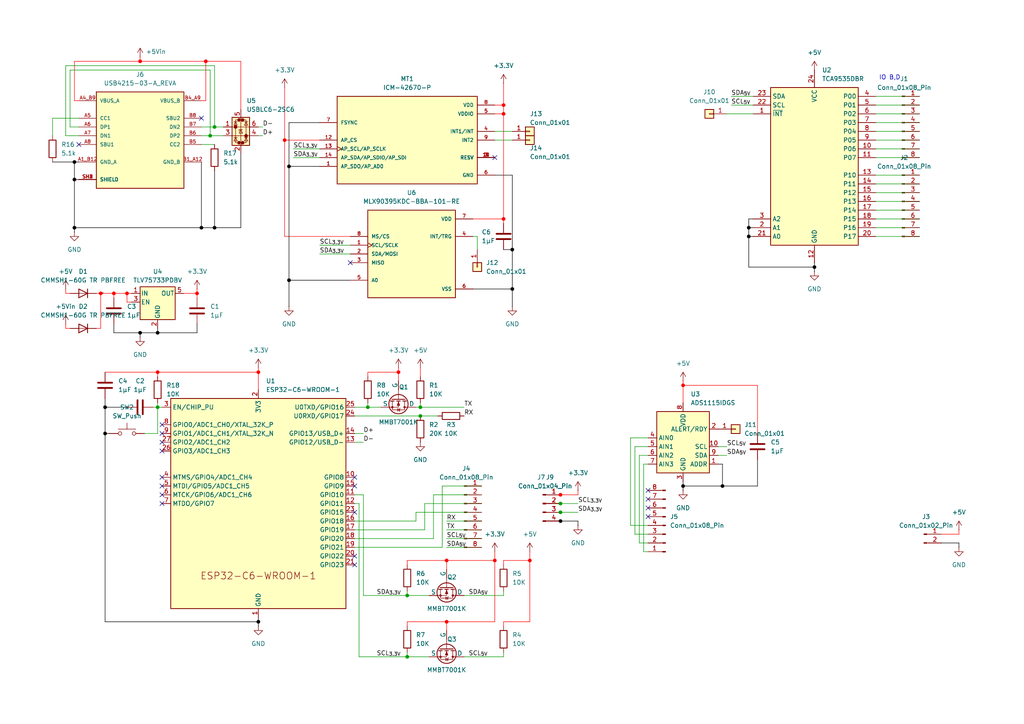
<source format=kicad_sch>
(kicad_sch (version 20250114) (generator "eeschema") (generator_version "9.0")
  (paper "A4")
  (text "IO B,D" (at 258.064 22.606 0) (effects (font (size 1.27 1.27))))
  (junction (at 30.48 125.73) (color 0 0 0 1))
  (junction (at 148.59 83.82) (color 0 0 0 1))
  (junction (at 62.23 36.83))
  (junction (at 45.72 107.95) (color 255 0 0 1))
  (junction (at 118.11 172.72))
  (junction (at 198.12 140.97) (color 0 0 0 1))
  (junction (at 74.93 180.34) (color 0 0 0 1))
  (junction (at 21.59 46.99) (color 0 0 0 1))
  (junction (at 36.83 85.09) (color 255 0 0 1))
  (junction (at 129.54 162.56) (color 255 0 0 1))
  (junction (at 148.59 72.39) (color 0 0 0 1))
  (junction (at 198.12 111.76) (color 255 0 0 1))
  (junction (at 162.56 146.05))
  (junction (at 118.11 190.5))
  (junction (at 162.56 151.13) (color 0 0 0 1))
  (junction (at 40.64 96.52) (color 0 0 0 1))
  (junction (at 83.82 48.26) (color 0 0 0 1))
  (junction (at 45.72 96.52) (color 0 0 0 1))
  (junction (at 59.69 17.78) (color 255 0 0 1))
  (junction (at 74.93 107.95) (color 255 0 0 1))
  (junction (at 121.92 118.11))
  (junction (at 82.55 40.64) (color 255 0 0 1))
  (junction (at 143.51 162.56) (color 255 0 0 1))
  (junction (at 162.56 143.51) (color 255 0 0 1))
  (junction (at 33.02 85.09) (color 255 0 0 1))
  (junction (at 217.17 68.58) (color 0 0 0 1))
  (junction (at 57.15 85.09) (color 255 0 0 1))
  (junction (at 121.92 120.65))
  (junction (at 106.68 118.11))
  (junction (at 30.48 118.11) (color 0 0 0 1))
  (junction (at 129.54 180.34) (color 255 0 0 1))
  (junction (at 45.72 118.11))
  (junction (at 62.23 66.04) (color 0 0 0 1))
  (junction (at 146.05 33.02) (color 255 0 0 1))
  (junction (at 153.67 162.56) (color 255 0 0 1))
  (junction (at 29.21 85.09) (color 255 0 0 1))
  (junction (at 21.59 66.04) (color 0 0 0 1))
  (junction (at 83.82 81.28) (color 0 0 0 1))
  (junction (at 40.64 17.78) (color 255 0 0 1))
  (junction (at 146.05 30.48) (color 255 0 0 1))
  (junction (at 217.17 66.04) (color 0 0 0 1))
  (junction (at 209.55 140.97) (color 0 0 0 1))
  (junction (at 58.42 66.04) (color 0 0 0 1))
  (junction (at 146.05 63.5) (color 255 0 0 1))
  (junction (at 60.96 39.37))
  (junction (at 162.56 148.59))
  (junction (at 236.22 77.47) (color 0 0 0 1))
  (junction (at 115.57 107.95) (color 255 0 0 1))
  (junction (at 21.59 52.07) (color 0 0 0 1))
  (no_connect (at 143.51 45.72))
  (no_connect (at 102.87 138.43))
  (no_connect (at 46.99 143.51))
  (no_connect (at 46.99 130.81))
  (no_connect (at 46.99 138.43))
  (no_connect (at 22.86 41.91))
  (no_connect (at 187.96 144.78))
  (no_connect (at 187.96 149.86))
  (no_connect (at 46.99 140.97))
  (no_connect (at 46.99 125.73))
  (no_connect (at 46.99 146.05))
  (no_connect (at 102.87 140.97))
  (no_connect (at 102.87 163.83))
  (no_connect (at 102.87 148.59))
  (no_connect (at 46.99 123.19))
  (no_connect (at 187.96 147.32))
  (no_connect (at 101.6 76.2))
  (no_connect (at 58.42 34.29))
  (no_connect (at 102.87 161.29))
  (no_connect (at 46.99 128.27))
  (no_connect (at 187.96 142.24))
  (wire (pts (xy 146.05 181.61) (xy 146.05 180.34)) (stroke (width 0) (color 255 0 0 1)))
  (wire (pts (xy 254 68.58) (xy 266.7 68.58)))
  (wire (pts (xy 143.51 33.02) (xy 146.05 33.02)) (stroke (width 0) (color 255 0 0 1)))
  (wire (pts (xy 143.51 160.02) (xy 143.51 162.56)) (stroke (width 0) (color 255 0 0 1)))
  (wire (pts (xy 121.92 118.11) (xy 134.62 118.11)))
  (wire (pts (xy 217.17 68.58) (xy 218.44 68.58)) (stroke (width 0) (color 0 0 0 1)))
  (wire (pts (xy 57.15 96.52) (xy 45.72 96.52)) (stroke (width 0) (color 0 0 0 1)))
  (wire (pts (xy 146.05 180.34) (xy 153.67 180.34)) (stroke (width 0) (color 255 0 0 1)))
  (wire (pts (xy 36.83 85.09) (xy 38.1 85.09)) (stroke (width 0) (color 255 0 0 1)))
  (wire (pts (xy 30.48 180.34) (xy 74.93 180.34)) (stroke (width 0) (color 0 0 0 1)))
  (wire (pts (xy 19.05 39.37) (xy 19.05 19.05)))
  (wire (pts (xy 19.05 83.82) (xy 19.05 85.09)) (stroke (width 0) (color 255 0 0 1)))
  (wire (pts (xy 83.82 48.26) (xy 83.82 81.28)) (stroke (width 0) (color 0 0 0 1)))
  (wire (pts (xy 129.54 156.21) (xy 139.7 156.21)))
  (wire (pts (xy 27.94 95.25) (xy 29.21 95.25)) (stroke (width 0) (color 255 0 0 1)))
  (wire (pts (xy 15.24 34.29) (xy 22.86 34.29)))
  (wire (pts (xy 21.59 29.21) (xy 21.59 17.78)) (stroke (width 0) (color 255 0 0 1)))
  (wire (pts (xy 254 38.1) (xy 266.7 38.1)))
  (wire (pts (xy 209.55 140.97) (xy 219.71 140.97)) (stroke (width 0) (color 0 0 0 1)))
  (wire (pts (xy 162.56 148.59) (xy 167.64 148.59)))
  (wire (pts (xy 106.68 116.84) (xy 106.68 118.11)))
  (wire (pts (xy 217.17 68.58) (xy 217.17 77.47)) (stroke (width 0) (color 0 0 0 1)))
  (wire (pts (xy 208.28 129.54) (xy 210.82 129.54)))
  (wire (pts (xy 153.67 160.02) (xy 153.67 162.56)) (stroke (width 0) (color 255 0 0 1)))
  (wire (pts (xy 219.71 125.73) (xy 219.71 111.76)) (stroke (width 0) (color 255 0 0 1)))
  (wire (pts (xy 162.56 151.13) (xy 167.64 151.13)) (stroke (width 0) (color 0 0 0 1)))
  (wire (pts (xy 45.72 118.11) (xy 46.99 118.11)))
  (wire (pts (xy 83.82 48.26) (xy 92.71 48.26)) (stroke (width 0) (color 0 0 0 1)))
  (wire (pts (xy 105.41 172.72) (xy 118.11 172.72)))
  (wire (pts (xy 60.96 20.32) (xy 60.96 39.37)))
  (wire (pts (xy 30.48 107.95) (xy 45.72 107.95)) (stroke (width 0) (color 255 0 0 1)))
  (wire (pts (xy 118.11 180.34) (xy 129.54 180.34)) (stroke (width 0) (color 255 0 0 1)))
  (wire (pts (xy 57.15 93.98) (xy 57.15 96.52)) (stroke (width 0) (color 0 0 0 1)))
  (wire (pts (xy 20.32 36.83) (xy 22.86 36.83)))
  (wire (pts (xy 30.48 125.73) (xy 30.48 180.34)) (stroke (width 0) (color 0 0 0 1)))
  (wire (pts (xy 57.15 85.09) (xy 57.15 86.36)) (stroke (width 0) (color 255 0 0 1)))
  (wire (pts (xy 254 53.34) (xy 266.7 53.34)))
  (wire (pts (xy 167.64 151.13) (xy 167.64 152.4)) (stroke (width 0) (color 0 0 0 1)))
  (wire (pts (xy 74.93 106.68) (xy 74.93 107.95)) (stroke (width 0) (color 255 0 0 1)))
  (wire (pts (xy 62.23 36.83) (xy 64.77 36.83)))
  (wire (pts (xy 83.82 81.28) (xy 83.82 88.9)) (stroke (width 0) (color 0 0 0 1)))
  (wire (pts (xy 198.12 139.7) (xy 198.12 140.97)) (stroke (width 0) (color 0 0 0 1)))
  (wire (pts (xy 33.02 96.52) (xy 40.64 96.52)) (stroke (width 0) (color 0 0 0 1)))
  (wire (pts (xy 217.17 66.04) (xy 218.44 66.04)) (stroke (width 0) (color 0 0 0 1)))
  (wire (pts (xy 15.24 46.99) (xy 21.59 46.99)) (stroke (width 0) (color 0 0 0 1)))
  (wire (pts (xy 121.92 116.84) (xy 121.92 118.11)))
  (wire (pts (xy 21.59 46.99) (xy 21.59 52.07)) (stroke (width 0) (color 0 0 0 1)))
  (wire (pts (xy 106.68 109.22) (xy 106.68 107.95)) (stroke (width 0) (color 255 0 0 1)))
  (wire (pts (xy 146.05 30.48) (xy 146.05 33.02)) (stroke (width 0) (color 255 0 0 1)))
  (wire (pts (xy 128.27 140.97) (xy 128.27 158.75)))
  (wire (pts (xy 21.59 17.78) (xy 40.64 17.78)) (stroke (width 0) (color 255 0 0 1)))
  (wire (pts (xy 236.22 77.47) (xy 236.22 76.2)) (stroke (width 0) (color 0 0 0 1)))
  (wire (pts (xy 19.05 85.09) (xy 20.32 85.09)) (stroke (width 0) (color 255 0 0 1)))
  (wire (pts (xy 36.83 85.09) (xy 36.83 87.63)) (stroke (width 0) (color 255 0 0 1)))
  (wire (pts (xy 182.88 152.4) (xy 187.96 152.4)))
  (wire (pts (xy 106.68 118.11) (xy 110.49 118.11)))
  (wire (pts (xy 102.87 125.73) (xy 105.41 125.73)))
  (wire (pts (xy 44.45 118.11) (xy 45.72 118.11)))
  (wire (pts (xy 15.24 39.37) (xy 15.24 34.29)))
  (wire (pts (xy 254 30.48) (xy 266.7 30.48)))
  (wire (pts (xy 60.96 39.37) (xy 64.77 39.37)))
  (wire (pts (xy 102.87 151.13) (xy 120.65 151.13)))
  (wire (pts (xy 219.71 133.35) (xy 219.71 140.97)) (stroke (width 0) (color 0 0 0 1)))
  (wire (pts (xy 62.23 66.04) (xy 58.42 66.04)) (stroke (width 0) (color 0 0 0 1)))
  (wire (pts (xy 121.92 106.68) (xy 121.92 109.22)) (stroke (width 0) (color 255 0 0 1)))
  (wire (pts (xy 21.59 52.07) (xy 21.59 66.04)) (stroke (width 0) (color 0 0 0 1)))
  (wire (pts (xy 45.72 107.95) (xy 45.72 109.22)) (stroke (width 0) (color 255 0 0 1)))
  (wire (pts (xy 82.55 40.64) (xy 92.71 40.64)) (stroke (width 0) (color 255 0 0 1)))
  (wire (pts (xy 74.93 180.34) (xy 74.93 179.07)) (stroke (width 0) (color 0 0 0 1)))
  (wire (pts (xy 182.88 127) (xy 182.88 152.4)))
  (wire (pts (xy 123.19 153.67) (xy 102.87 153.67)))
  (wire (pts (xy 254 40.64) (xy 266.7 40.64)))
  (wire (pts (xy 254 33.02) (xy 266.7 33.02)))
  (wire (pts (xy 254 45.72) (xy 266.7 45.72)))
  (wire (pts (xy 208.28 132.08) (xy 210.82 132.08)))
  (wire (pts (xy 217.17 66.04) (xy 217.17 68.58)) (stroke (width 0) (color 0 0 0 1)))
  (wire (pts (xy 36.83 87.63) (xy 38.1 87.63)) (stroke (width 0) (color 255 0 0 1)))
  (wire (pts (xy 118.11 171.45) (xy 118.11 172.72)))
  (wire (pts (xy 254 27.94) (xy 266.7 27.94)))
  (wire (pts (xy 45.72 116.84) (xy 45.72 118.11)))
  (wire (pts (xy 92.71 35.56) (xy 83.82 35.56)) (stroke (width 0) (color 0 0 0 1)))
  (wire (pts (xy 118.11 162.56) (xy 129.54 162.56)) (stroke (width 0) (color 255 0 0 1)))
  (wire (pts (xy 83.82 81.28) (xy 101.6 81.28)) (stroke (width 0) (color 0 0 0 1)))
  (wire (pts (xy 138.43 68.58) (xy 137.16 68.58)))
  (wire (pts (xy 212.09 30.48) (xy 218.44 30.48)))
  (wire (pts (xy 40.64 17.78) (xy 40.64 16.51)) (stroke (width 0) (color 255 0 0 1)))
  (wire (pts (xy 59.69 17.78) (xy 69.85 17.78)) (stroke (width 0) (color 255 0 0 1)))
  (wire (pts (xy 184.15 129.54) (xy 187.96 129.54)))
  (wire (pts (xy 184.15 154.94) (xy 187.96 154.94)))
  (wire (pts (xy 58.42 39.37) (xy 60.96 39.37)))
  (wire (pts (xy 121.92 120.65) (xy 127 120.65)))
  (wire (pts (xy 30.48 118.11) (xy 36.83 118.11)) (stroke (width 0) (color 0 0 0 1)))
  (wire (pts (xy 69.85 66.04) (xy 69.85 44.45)) (stroke (width 0) (color 0 0 0 1)))
  (wire (pts (xy 45.72 118.11) (xy 45.72 125.73)))
  (wire (pts (xy 33.02 85.09) (xy 33.02 86.36)) (stroke (width 0) (color 255 0 0 1)))
  (wire (pts (xy 101.6 68.58) (xy 82.55 68.58)) (stroke (width 0) (color 255 0 0 1)))
  (wire (pts (xy 58.42 46.99) (xy 58.42 66.04)) (stroke (width 0) (color 0 0 0 1)))
  (wire (pts (xy 198.12 140.97) (xy 198.12 142.24)) (stroke (width 0) (color 0 0 0 1)))
  (wire (pts (xy 58.42 29.21) (xy 59.69 29.21)) (stroke (width 0) (color 255 0 0 1)))
  (wire (pts (xy 153.67 162.56) (xy 146.05 162.56)) (stroke (width 0) (color 255 0 0 1)))
  (wire (pts (xy 254 63.5) (xy 266.7 63.5)))
  (wire (pts (xy 22.86 29.21) (xy 21.59 29.21)) (stroke (width 0) (color 255 0 0 1)))
  (wire (pts (xy 146.05 63.5) (xy 146.05 64.77)) (stroke (width 0) (color 255 0 0 1)))
  (wire (pts (xy 254 43.18) (xy 266.7 43.18)))
  (wire (pts (xy 278.13 157.48) (xy 278.13 158.75)) (stroke (width 0) (color 0 0 0 1)))
  (wire (pts (xy 186.69 134.62) (xy 186.69 160.02)))
  (wire (pts (xy 137.16 83.82) (xy 148.59 83.82)) (stroke (width 0) (color 0 0 0 1)))
  (wire (pts (xy 45.72 96.52) (xy 40.64 96.52)) (stroke (width 0) (color 0 0 0 1)))
  (wire (pts (xy 273.05 157.48) (xy 278.13 157.48)) (stroke (width 0) (color 0 0 0 1)))
  (wire (pts (xy 143.51 162.56) (xy 143.51 180.34)) (stroke (width 0) (color 255 0 0 1)))
  (wire (pts (xy 58.42 41.91) (xy 62.23 41.91)))
  (wire (pts (xy 278.13 154.94) (xy 278.13 153.67)) (stroke (width 0) (color 255 0 0 1)))
  (wire (pts (xy 148.59 72.39) (xy 148.59 83.82)) (stroke (width 0) (color 0 0 0 1)))
  (wire (pts (xy 21.59 66.04) (xy 58.42 66.04)) (stroke (width 0) (color 0 0 0 1)))
  (wire (pts (xy 102.87 118.11) (xy 106.68 118.11)))
  (wire (pts (xy 254 66.04) (xy 266.7 66.04)))
  (wire (pts (xy 184.15 129.54) (xy 184.15 154.94)))
  (wire (pts (xy 143.51 180.34) (xy 129.54 180.34)) (stroke (width 0) (color 255 0 0 1)))
  (wire (pts (xy 57.15 83.82) (xy 57.15 85.09)) (stroke (width 0) (color 255 0 0 1)))
  (wire (pts (xy 115.57 106.68) (xy 115.57 107.95)) (stroke (width 0) (color 255 0 0 1)))
  (wire (pts (xy 217.17 77.47) (xy 236.22 77.47)) (stroke (width 0) (color 0 0 0 1)))
  (wire (pts (xy 74.93 39.37) (xy 76.2 39.37)))
  (wire (pts (xy 210.82 33.02) (xy 218.44 33.02)))
  (wire (pts (xy 74.93 180.34) (xy 74.93 181.61)) (stroke (width 0) (color 0 0 0 1)))
  (wire (pts (xy 138.43 72.39) (xy 138.43 68.58)))
  (wire (pts (xy 137.16 63.5) (xy 146.05 63.5)) (stroke (width 0) (color 255 0 0 1)))
  (wire (pts (xy 29.21 85.09) (xy 33.02 85.09)) (stroke (width 0) (color 255 0 0 1)))
  (wire (pts (xy 102.87 158.75) (xy 128.27 158.75)))
  (wire (pts (xy 254 55.88) (xy 266.7 55.88)))
  (wire (pts (xy 182.88 127) (xy 187.96 127)))
  (wire (pts (xy 254 50.8) (xy 266.7 50.8)))
  (wire (pts (xy 19.05 93.98) (xy 19.05 95.25)) (stroke (width 0) (color 255 0 0 1)))
  (wire (pts (xy 212.09 27.94) (xy 218.44 27.94)))
  (wire (pts (xy 20.32 36.83) (xy 20.32 20.32)))
  (wire (pts (xy 187.96 132.08) (xy 185.42 132.08)))
  (wire (pts (xy 92.71 73.66) (xy 101.6 73.66)))
  (wire (pts (xy 134.62 190.5) (xy 146.05 190.5)))
  (wire (pts (xy 254 60.96) (xy 266.7 60.96)))
  (wire (pts (xy 143.51 50.8) (xy 148.59 50.8)) (stroke (width 0) (color 0 0 0 1)))
  (wire (pts (xy 153.67 162.56) (xy 153.67 180.34)) (stroke (width 0) (color 255 0 0 1)))
  (wire (pts (xy 123.19 146.05) (xy 139.7 146.05)))
  (wire (pts (xy 143.51 40.64) (xy 148.59 40.64)))
  (wire (pts (xy 20.32 95.25) (xy 19.05 95.25)) (stroke (width 0) (color 255 0 0 1)))
  (wire (pts (xy 105.41 143.51) (xy 102.87 143.51)))
  (wire (pts (xy 19.05 39.37) (xy 22.86 39.37)))
  (wire (pts (xy 105.41 143.51) (xy 105.41 172.72)))
  (wire (pts (xy 167.64 142.24) (xy 167.64 143.51)) (stroke (width 0) (color 255 0 0 1)))
  (wire (pts (xy 120.65 148.59) (xy 139.7 148.59)))
  (wire (pts (xy 59.69 17.78) (xy 40.64 17.78)) (stroke (width 0) (color 255 0 0 1)))
  (wire (pts (xy 187.96 134.62) (xy 186.69 134.62)))
  (wire (pts (xy 236.22 77.47) (xy 236.22 78.74)) (stroke (width 0) (color 0 0 0 1)))
  (wire (pts (xy 33.02 85.09) (xy 36.83 85.09)) (stroke (width 0) (color 255 0 0 1)))
  (wire (pts (xy 148.59 50.8) (xy 148.59 72.39)) (stroke (width 0) (color 0 0 0 1)))
  (wire (pts (xy 146.05 162.56) (xy 146.05 163.83)) (stroke (width 0) (color 255 0 0 1)))
  (wire (pts (xy 125.73 143.51) (xy 125.73 156.21)))
  (wire (pts (xy 20.32 20.32) (xy 60.96 20.32)))
  (wire (pts (xy 19.05 19.05) (xy 62.23 19.05)))
  (wire (pts (xy 254 58.42) (xy 266.7 58.42)))
  (wire (pts (xy 185.42 132.08) (xy 185.42 157.48)))
  (wire (pts (xy 59.69 29.21) (xy 59.69 17.78)) (stroke (width 0) (color 255 0 0 1)))
  (wire (pts (xy 148.59 83.82) (xy 148.59 88.9)) (stroke (width 0) (color 0 0 0 1)))
  (wire (pts (xy 146.05 24.13) (xy 146.05 30.48)) (stroke (width 0) (color 255 0 0 1)))
  (wire (pts (xy 146.05 190.5) (xy 146.05 189.23)))
  (wire (pts (xy 129.54 180.34) (xy 129.54 182.88)) (stroke (width 0) (color 255 0 0 1)))
  (wire (pts (xy 102.87 128.27) (xy 105.41 128.27)))
  (wire (pts (xy 115.57 107.95) (xy 115.57 110.49)) (stroke (width 0) (color 255 0 0 1)))
  (wire (pts (xy 146.05 72.39) (xy 148.59 72.39)) (stroke (width 0) (color 0 0 0 1)))
  (wire (pts (xy 104.14 190.5) (xy 118.11 190.5)))
  (wire (pts (xy 123.19 146.05) (xy 123.19 153.67)))
  (wire (pts (xy 273.05 154.94) (xy 278.13 154.94)) (stroke (width 0) (color 255 0 0 1)))
  (wire (pts (xy 30.48 125.73) (xy 31.75 125.73)) (stroke (width 0) (color 0 0 0 1)))
  (wire (pts (xy 30.48 118.11) (xy 30.48 125.73)) (stroke (width 0) (color 0 0 0 1)))
  (wire (pts (xy 129.54 162.56) (xy 129.54 165.1)) (stroke (width 0) (color 255 0 0 1)))
  (wire (pts (xy 118.11 181.61) (xy 118.11 180.34)) (stroke (width 0) (color 255 0 0 1)))
  (wire (pts (xy 125.73 143.51) (xy 139.7 143.51)))
  (wire (pts (xy 33.02 93.98) (xy 33.02 96.52)) (stroke (width 0) (color 0 0 0 1)))
  (wire (pts (xy 134.62 172.72) (xy 146.05 172.72)))
  (wire (pts (xy 254 35.56) (xy 266.7 35.56)))
  (wire (pts (xy 102.87 120.65) (xy 121.92 120.65)))
  (wire (pts (xy 129.54 153.67) (xy 139.7 153.67)))
  (wire (pts (xy 82.55 25.4) (xy 82.55 40.64)) (stroke (width 0) (color 255 0 0 1)))
  (wire (pts (xy 217.17 63.5) (xy 217.17 66.04)) (stroke (width 0) (color 0 0 0 1)))
  (wire (pts (xy 218.44 63.5) (xy 217.17 63.5)) (stroke (width 0) (color 0 0 0 1)))
  (wire (pts (xy 143.51 38.1) (xy 148.59 38.1)))
  (wire (pts (xy 139.7 140.97) (xy 128.27 140.97)))
  (wire (pts (xy 62.23 66.04) (xy 69.85 66.04)) (stroke (width 0) (color 0 0 0 1)))
  (wire (pts (xy 62.23 66.04) (xy 62.23 49.53)) (stroke (width 0) (color 0 0 0 1)))
  (wire (pts (xy 102.87 156.21) (xy 125.73 156.21)))
  (wire (pts (xy 118.11 163.83) (xy 118.11 162.56)) (stroke (width 0) (color 255 0 0 1)))
  (wire (pts (xy 162.56 143.51) (xy 167.64 143.51)) (stroke (width 0) (color 255 0 0 1)))
  (wire (pts (xy 41.91 125.73) (xy 45.72 125.73)))
  (wire (pts (xy 198.12 111.76) (xy 198.12 116.84)) (stroke (width 0) (color 255 0 0 1)))
  (wire (pts (xy 62.23 19.05) (xy 62.23 36.83)))
  (wire (pts (xy 104.14 146.05) (xy 104.14 190.5)))
  (wire (pts (xy 83.82 35.56) (xy 83.82 48.26)) (stroke (width 0) (color 0 0 0 1)))
  (wire (pts (xy 45.72 95.25) (xy 45.72 96.52)) (stroke (width 0) (color 0 0 0 1)))
  (wire (pts (xy 146.05 33.02) (xy 146.05 63.5)) (stroke (width 0) (color 255 0 0 1)))
  (wire (pts (xy 106.68 107.95) (xy 115.57 107.95)) (stroke (width 0) (color 255 0 0 1)))
  (wire (pts (xy 82.55 40.64) (xy 82.55 68.58)) (stroke (width 0) (color 255 0 0 1)))
  (wire (pts (xy 129.54 158.75) (xy 139.7 158.75)))
  (wire (pts (xy 146.05 172.72) (xy 146.05 171.45)))
  (wire (pts (xy 120.65 148.59) (xy 120.65 151.13)))
  (wire (pts (xy 53.34 85.09) (xy 57.15 85.09)) (stroke (width 0) (color 255 0 0 1)))
  (wire (pts (xy 27.94 85.09) (xy 29.21 85.09)) (stroke (width 0) (color 255 0 0 1)))
  (wire (pts (xy 118.11 190.5) (xy 124.46 190.5)))
  (wire (pts (xy 74.93 107.95) (xy 74.93 113.03)) (stroke (width 0) (color 255 0 0 1)))
  (wire (pts (xy 85.09 45.72) (xy 92.71 45.72)))
  (wire (pts (xy 58.42 36.83) (xy 62.23 36.83)))
  (wire (pts (xy 104.14 146.05) (xy 102.87 146.05)))
  (wire (pts (xy 118.11 172.72) (xy 124.46 172.72)))
  (wire (pts (xy 21.59 46.99) (xy 22.86 46.99)) (stroke (width 0) (color 0 0 0 1)))
  (wire (pts (xy 186.69 160.02) (xy 187.96 160.02)))
  (wire (pts (xy 29.21 85.09) (xy 29.21 95.25)) (stroke (width 0) (color 255 0 0 1)))
  (wire (pts (xy 45.72 107.95) (xy 74.93 107.95)) (stroke (width 0) (color 255 0 0 1)))
  (wire (pts (xy 209.55 140.97) (xy 198.12 140.97)) (stroke (width 0) (color 0 0 0 1)))
  (wire (pts (xy 129.54 162.56) (xy 143.51 162.56)) (stroke (width 0) (color 255 0 0 1)))
  (wire (pts (xy 208.28 134.62) (xy 209.55 134.62)) (stroke (width 0) (color 0 0 0 1)))
  (wire (pts (xy 21.59 67.31) (xy 21.59 66.04)) (stroke (width 0) (color 0 0 0 1)))
  (wire (pts (xy 143.51 30.48) (xy 146.05 30.48)) (stroke (width 0) (color 255 0 0 1)))
  (wire (pts (xy 21.59 52.07) (xy 22.86 52.07)) (stroke (width 0) (color 0 0 0 1)))
  (wire (pts (xy 92.71 71.12) (xy 101.6 71.12)))
  (wire (pts (xy 209.55 134.62) (xy 209.55 140.97)) (stroke (width 0) (color 0 0 0 1)))
  (wire (pts (xy 185.42 157.48) (xy 187.96 157.48)))
  (wire (pts (xy 69.85 17.78) (xy 69.85 31.75)) (stroke (width 0) (color 255 0 0 1)))
  (wire (pts (xy 74.93 36.83) (xy 76.2 36.83)))
  (wire (pts (xy 198.12 110.49) (xy 198.12 111.76)) (stroke (width 0) (color 255 0 0 1)))
  (wire (pts (xy 40.64 96.52) (xy 40.64 97.79)) (stroke (width 0) (color 0 0 0 1)))
  (wire (pts (xy 219.71 111.76) (xy 198.12 111.76)) (stroke (width 0) (color 255 0 0 1)))
  (wire (pts (xy 129.54 151.13) (xy 139.7 151.13)))
  (wire (pts (xy 162.56 146.05) (xy 167.64 146.05)))
  (wire (pts (xy 118.11 189.23) (xy 118.11 190.5)))
  (wire (pts (xy 30.48 115.57) (xy 30.48 118.11)) (stroke (width 0) (color 0 0 0 1)))
  (wire (pts (xy 85.09 43.18) (xy 92.71 43.18)))
  (wire (pts (xy 120.65 118.11) (xy 121.92 118.11)))
  (label "SCL_{5V}" (at 210.82 129.54 0))
  (label "SCL_{3.3V}" (at 109.22 190.5 0))
  (label "SCL_{5V}" (at 212.09 30.48 0))
  (label "SDA_{3.3V}" (at 92.71 73.66 0))
  (label "SCL_{5V}" (at 135.89 190.5 0))
  (label "SCL_{3.3V}" (at 167.64 146.05 0))
  (label "SDA_{5V}" (at 129.54 158.75 0))
  (label "SCL_{3.3V}" (at 92.71 71.12 0))
  (label "SDA_{5V}" (at 212.09 27.94 0))
  (label "Vin_reg" (at 29.21 85.09 0) (effects (font (size 0.127 0.127))))
  (label "TX" (at 129.54 153.67 0))
  (label "D+" (at 105.41 125.73 0))
  (label "D-" (at 105.41 128.27 0))
  (label "SCL_{3.3V}" (at 85.09 43.18 0))
  (label "SDA_{3.3V}" (at 109.22 172.72 0))
  (label "SDA_{3.3V}" (at 85.09 45.72 0))
  (label "RX" (at 134.62 120.65 0))
  (label "SDA_{3.3V}" (at 167.64 148.59 0))
  (label "SDA_{5V}" (at 210.82 132.08 0))
  (label "SDA_{5V}" (at 135.89 172.72 0))
  (label "RX" (at 129.54 151.13 0))
  (label "D+" (at 76.2 39.37 0))
  (label "SCL_{5V}" (at 129.54 156.21 0))
  (label "D-" (at 76.2 36.83 0))
  (label "TX" (at 134.62 118.11 0))
  (symbol (lib_id "Device:C") (at 146.05 68.58 180) (unit 1)
    (property "Reference" "C6" (at 139.7 67.31 0) (effects (justify right)))
    (property "Value" "1µF" (at 139.7 69.85 0) (effects (justify right)))
    (property "Footprint" "Capacitor_SMD:C_0603_1608Metric" (effects (hide yes)))
    (property "Description" "Unpolarized capacitor" (effects (hide yes)))
  )
  (symbol (lib_id "Connector_Generic:Conn_01x01") (at 213.36 124.46 0) (unit 1)
    (property "Reference" "J11" (at 215.9 123.1899 0) (effects (justify left)))
    (property "Value" "Conn_01x01" (at 215.9 125.7299 0) (effects (justify left)))
    (property "Footprint" "Connector_Wire:SolderWirePad_1x01_SMD_1x2mm" (effects (hide yes)))
    (property "Description" "Generic connector, single row, 01x01, script generated (kicad-library-utils/schlib/autogen/connector/)" (effects (hide yes)))
  )
  (symbol (lib_id "Device:D") (at 24.13 85.09 180) (unit 1)
    (property "Reference" "D1" (at 24.13 78.74 0))
    (property "Value" "CMMSH1-60G TR PBFREE" (at 24.13 81.28 0))
    (property "Footprint" "Diode_SMD:D_SOD-123F" (effects (hide yes)))
    (property "Description" "Diode" (effects (hide yes)))
    (property "Sim.Device" "D" (effects (hide yes)))
    (property "Sim.Pins" "1=K 2=A" (effects (hide yes)))
  )
  (symbol (lib_id "power:GND") (at 74.93 181.61 0) (unit 1)
    (property "Reference" "#PWR08" (effects (hide yes)))
    (property "Value" "GND" (at 74.93 186.69 0))
    (property "Description" "Power symbol creates a global label with name \"GND\" , ground" (effects (hide yes)))
  )
  (symbol (lib_id "Device:R") (at 146.05 185.42 180) (unit 1)
    (property "Reference" "R4" (at 148.59 184.1499 0) (effects (justify right)))
    (property "Value" "10K" (at 148.59 186.6899 0) (effects (justify right)))
    (property "Footprint" "Resistor_SMD:R_0603_1608Metric" (effects (hide yes)))
    (property "Description" "Resistor" (effects (hide yes)))
  )
  (symbol (lib_id "power:GND") (at 198.12 142.24 0) (unit 1)
    (property "Reference" "#PWR04" (effects (hide yes)))
    (property "Value" "GND" (at 198.12 147.32 0))
    (property "Description" "Power symbol creates a global label with name \"GND\" , ground" (effects (hide yes)))
  )
  (symbol (lib_id "Device:R") (at 118.11 167.64 180) (unit 1)
    (property "Reference" "R6" (at 120.65 166.3699 0) (effects (justify right)))
    (property "Value" "10K" (at 120.65 168.9099 0) (effects (justify right)))
    (property "Footprint" "Resistor_SMD:R_0603_1608Metric" (effects (hide yes)))
    (property "Description" "Resistor" (effects (hide yes)))
  )
  (symbol (lib_id "Power_Protection:USBLC6-2SC6") (at 69.85 36.83 0) (unit 1)
    (property "Reference" "U5" (at 71.5011 29.21 0) (effects (justify left)))
    (property "Value" "USBLC6-2SC6" (at 71.5011 31.75 0) (effects (justify left)))
    (property "Footprint" "Package_TO_SOT_SMD:SOT-23-6" (effects (hide yes)))
    (property "Datasheet" "https://www.st.com/resource/en/datasheet/usblc6-2.pdf" (effects (hide yes)))
    (property "Description" "Very low capacitance ESD protection diode, 2 data-line, SOT-23-6" (effects (hide yes)))
  )
  (symbol (lib_id "Switch:SW_Push") (at 36.83 125.73 0) (unit 1)
    (property "Reference" "SW2" (at 36.83 118.11 0))
    (property "Value" "SW_Push" (at 36.83 120.65 0))
    (property "Footprint" "Button_Switch_THT:SW_PUSH_6mm" (effects (hide yes)))
    (property "Description" "Push button switch, generic, two pins" (effects (hide yes)))
  )
  (symbol (lib_id "ICM-42670-P:ICM-42670-P") (at 118.11 40.64 0) (unit 1)
    (property "Reference" "MT1" (at 118.11 22.86 0))
    (property "Value" "ICM-42670-P" (at 118.11 25.4 0))
    (property "Footprint" "Package_LGA:Bosch_LGA-14_3x2.5mm_P0.5mm" (effects (hide yes)))
    (property "MF" "TDK InvenSense" (effects (hide yes)))
    (property "MAXIMUM_PACKAGE_HEIGHT" "0.81 mm" (effects (hide yes)))
    (property "Package" "None" (effects (hide yes)))
    (property "Price" "None" (effects (hide yes)))
    (property "Check_prices" "https://www.snapeda.com/parts/ICM-42670-P/TDK/view-part/?ref=eda" (effects (hide yes)))
    (property "STANDARD" "Manufacturer Recommendations" (effects (hide yes)))
    (property "PARTREV" "1.1" (effects (hide yes)))
    (property "SnapEDA_Link" "https://www.snapeda.com/parts/ICM-42670-P/TDK/view-part/?ref=snap" (effects (hide yes)))
    (property "MP" "ICM-42670-P" (effects (hide yes)))
    (property "Description_1" "\n                        \n                            Low-Power, Premium Performance 6-Axis MotionTrackingTM IMU with I3C, I2C and SPI interface in 2.5mm x 3mm Package\n                        \n" (effects (hide yes)))
    (property "Availability" "In Stock" (effects (hide yes)))
    (property "MANUFACTURER" "TDK InvenSense" (effects (hide yes)))
  )
  (symbol (lib_id "power:+5V") (at 198.12 110.49 0) (unit 1)
    (property "Reference" "#PWR011" (effects (hide yes)))
    (property "Value" "+5V" (at 198.12 105.41 0))
    (property "Description" "Power symbol creates a global label with name \"+5V\"" (effects (hide yes)))
  )
  (symbol (lib_id "Device:R") (at 121.92 124.46 0) (unit 1)
    (property "Reference" "R2" (at 124.46 123.1899 0) (effects (justify left)))
    (property "Value" "20K" (at 124.46 125.7299 0) (effects (justify left)))
    (property "Footprint" "Resistor_SMD:R_0603_1608Metric" (effects (hide yes)))
    (property "Description" "Resistor" (effects (hide yes)))
  )
  (symbol (lib_id "Connector_Generic:Conn_01x01") (at 153.67 40.64 0) (unit 1)
    (property "Reference" "J14" (at 153.67 42.926 0) (effects (justify left)))
    (property "Value" "Conn_01x01" (at 153.67 45.466 0) (effects (justify left)))
    (property "Footprint" "Connector_Wire:SolderWirePad_1x01_SMD_1x2mm" (effects (hide yes)))
    (property "Description" "Generic connector, single row, 01x01, script generated (kicad-library-utils/schlib/autogen/connector/)" (effects (hide yes)))
  )
  (symbol (lib_id "Connector:Conn_01x08_Pin") (at 261.62 58.42 0) (unit 1)
    (property "Reference" "J2" (at 262.255 45.72 0))
    (property "Value" "Conn_01x08_Pin" (at 262.255 48.26 0))
    (property "Footprint" "Connector_PinSocket_2.54mm:PinSocket_1x08_P2.54mm_Vertical" (effects (hide yes)))
    (property "Description" "Generic connector, single row, 01x08, script generated" (effects (hide yes)))
  )
  (symbol (lib_id "Connector:Conn_01x08_Pin") (at 134.62 148.59 0) (unit 1)
    (property "Reference" "J4" (at 135.255 135.89 0))
    (property "Value" "Conn_01x08_Pin" (at 135.255 138.43 0))
    (property "Footprint" "Connector_PinSocket_2.54mm:PinSocket_1x08_P2.54mm_Vertical" (effects (hide yes)))
    (property "Description" "Generic connector, single row, 01x08, script generated" (effects (hide yes)))
  )
  (symbol (lib_id "Connector:Conn_01x02_Pin") (at 267.97 154.94 0) (unit 1)
    (property "Reference" "J3" (at 268.605 149.86 0))
    (property "Value" "Conn_01x02_Pin" (at 268.605 152.4 0))
    (property "Footprint" "Connector_PinSocket_2.54mm:PinSocket_1x02_P2.54mm_Vertical" (effects (hide yes)))
    (property "Description" "Generic connector, single row, 01x02, script generated" (effects (hide yes)))
  )
  (symbol (lib_id "power:+3.3V") (at 57.15 83.82 0) (unit 1)
    (property "Reference" "#PWR020" (effects (hide yes)))
    (property "Value" "+3.3V" (at 57.15 78.74 0))
    (property "Description" "Power symbol creates a global label with name \"+3.3V\"" (effects (hide yes)))
  )
  (symbol (lib_name "NMOS_1") (lib_id "Simulation_SPICE:NMOS") (at 129.54 187.96 270) (unit 1)
    (property "Reference" "Q3" (at 131.064 185.42 90))
    (property "Value" "MMBT7001K" (at 129.54 194.31 90))
    (property "Footprint" "Package_TO_SOT_SMD:TSOT-23" (effects (hide yes)))
    (property "Datasheet" "https://ngspice.sourceforge.io/docs/ngspice-html-manual/manual.xhtml#cha_MOSFETs" (effects (hide yes)))
    (property "Description" "N-MOSFET transistor, drain/source/gate" (effects (hide yes)))
    (property "Sim.Device" "NMOS" (effects (hide yes)))
    (property "Sim.Type" "VDMOS" (effects (hide yes)))
    (property "Sim.Pins" "1=G 2=S 3=D" (effects (hide yes)))
  )
  (symbol (lib_id "power:GND") (at 83.82 88.9 0) (unit 1)
    (property "Reference" "#PWR023" (effects (hide yes)))
    (property "Value" "GND" (at 83.82 93.98 0))
    (property "Description" "Power symbol creates a global label with name \"GND\" , ground" (effects (hide yes)))
  )
  (symbol (lib_id "power:+5V") (at 19.05 83.82 0) (unit 1)
    (property "Reference" "#PWR018" (effects (hide yes)))
    (property "Value" "+5V" (at 19.05 78.74 0))
    (property "Description" "Power symbol creates a global label with name \"+5V\"" (effects (hide yes)))
  )
  (symbol (lib_id "power:+5V") (at 278.13 153.67 0) (unit 1)
    (property "Reference" "#PWR017" (effects (hide yes)))
    (property "Value" "+5V" (at 278.13 148.59 0))
    (property "Description" "Power symbol creates a global label with name \"+5V\"" (effects (hide yes)))
  )
  (symbol (lib_id "Connector:Conn_01x08_Pin") (at 193.04 152.4 180) (unit 1)
    (property "Reference" "J5" (at 194.31 149.8599 0) (effects (justify right)))
    (property "Value" "Conn_01x08_Pin" (at 194.31 152.3999 0) (effects (justify right)))
    (property "Footprint" "Connector_PinSocket_2.54mm:PinSocket_1x08_P2.54mm_Vertical" (effects (hide yes)))
    (property "Description" "Generic connector, single row, 01x08, script generated" (effects (hide yes)))
  )
  (symbol (lib_id "Device:R") (at 121.92 113.03 0) (unit 1)
    (property "Reference" "R1" (at 124.46 111.7599 0) (effects (justify left)))
    (property "Value" "10K" (at 124.46 114.2999 0) (effects (justify left)))
    (property "Footprint" "Resistor_SMD:R_0603_1608Metric" (effects (hide yes)))
    (property "Description" "Resistor" (effects (hide yes)))
  )
  (symbol (lib_id "Device:R") (at 130.81 120.65 90) (unit 1)
    (property "Reference" "R3" (at 130.81 123.19 90))
    (property "Value" "10K" (at 130.81 125.73 90))
    (property "Footprint" "Resistor_SMD:R_0603_1608Metric" (effects (hide yes)))
    (property "Description" "Resistor" (effects (hide yes)))
  )
  (symbol (lib_id "Device:C") (at 40.64 118.11 90) (unit 1)
    (property "Reference" "C2" (at 40.64 110.49 90))
    (property "Value" "1µF" (at 40.64 113.03 90))
    (property "Footprint" "Capacitor_SMD:C_0603_1608Metric" (effects (hide yes)))
    (property "Description" "Unpolarized capacitor" (effects (hide yes)))
  )
  (symbol (lib_id "power:+5VA") (at 40.64 16.51 0) (unit 1)
    (property "Reference" "#PWR09" (effects (hide yes)))
    (property "Value" "+5Vin" (at 45.212 14.986 0))
    (property "Description" "Power symbol creates a global label with name \"+5VA\"" (effects (hide yes)))
  )
  (symbol (lib_id "PCM_Espressif:ESP32-C6-WROOM-1") (at 74.93 146.05 0) (unit 1)
    (property "Reference" "U1" (at 77.1241 110.49 0) (effects (justify left)))
    (property "Value" "ESP32-C6-WROOM-1" (at 77.1241 113.03 0) (effects (justify left)))
    (property "Footprint" "PCM_Espressif:ESP32-C6-WROOM-1" (effects (hide yes)))
    (property "Datasheet" "https://www.espressif.com/sites/default/files/documentation/esp32-c6-wroom-1_wroom-1u_datasheet_en.pdf" (effects (hide yes)))
    (property "Description" "ESP32-C6-WROOM-1/U is a module that supports 2.4 GHz Wi-Fi 6 (802.11 ax), Bluetooth® 5 (LE), Zigbee and Thread (802.15.4)" (effects (hide yes)))
  )
  (symbol (lib_id "power:GND") (at 278.13 158.75 0) (unit 1)
    (property "Reference" "#PWR016" (effects (hide yes)))
    (property "Value" "GND" (at 278.13 163.83 0))
    (property "Description" "Power symbol creates a global label with name \"GND\" , ground" (effects (hide yes)))
  )
  (symbol (lib_id "power:+3.3V") (at 82.55 25.4 0) (unit 1)
    (property "Reference" "#PWR022" (effects (hide yes)))
    (property "Value" "+3.3V" (at 82.55 20.32 0))
    (property "Description" "Power symbol creates a global label with name \"+3.3V\"" (effects (hide yes)))
  )
  (symbol (lib_id "Device:C") (at 30.48 111.76 180) (unit 1)
    (property "Reference" "C4" (at 34.29 110.4899 0) (effects (justify right)))
    (property "Value" "1µF" (at 34.29 113.0299 0) (effects (justify right)))
    (property "Footprint" "Capacitor_SMD:C_0603_1608Metric" (effects (hide yes)))
    (property "Description" "Unpolarized capacitor" (effects (hide yes)))
  )
  (symbol (lib_id "power:GND") (at 167.64 152.4 0) (unit 1)
    (property "Reference" "#PWR028" (effects (hide yes)))
    (property "Value" "GND" (at 167.64 157.48 0))
    (property "Description" "Power symbol creates a global label with name \"GND\" , ground" (effects (hide yes)))
  )
  (symbol (lib_id "Device:C") (at 57.15 90.17 0) (unit 1)
    (property "Reference" "C1" (at 60.96 88.8999 0) (effects (justify left)))
    (property "Value" "1µF" (at 60.96 91.4399 0) (effects (justify left)))
    (property "Footprint" "Capacitor_SMD:C_0603_1608Metric" (effects (hide yes)))
    (property "Description" "Unpolarized capacitor" (effects (hide yes)))
  )
  (symbol (lib_id "power:GND") (at 148.59 88.9 0) (unit 1)
    (property "Reference" "#PWR014" (effects (hide yes)))
    (property "Value" "GND" (at 148.59 93.98 0))
    (property "Description" "Power symbol creates a global label with name \"GND\" , ground" (effects (hide yes)))
  )
  (symbol (lib_id "power:GND") (at 40.64 97.79 0) (unit 1)
    (property "Reference" "#PWR021" (effects (hide yes)))
    (property "Value" "GND" (at 40.64 102.87 0))
    (property "Description" "Power symbol creates a global label with name \"GND\" , ground" (effects (hide yes)))
  )
  (symbol (lib_id "power:GND") (at 21.59 67.31 0) (unit 1)
    (property "Reference" "#PWR07" (effects (hide yes)))
    (property "Value" "GND" (at 21.59 72.39 0))
    (property "Description" "Power symbol creates a global label with name \"GND\" , ground" (effects (hide yes)))
  )
  (symbol (lib_id "power:+3.3V") (at 74.93 106.68 0) (unit 1)
    (property "Reference" "#PWR01" (effects (hide yes)))
    (property "Value" "+3.3V" (at 74.93 101.6 0))
    (property "Description" "Power symbol creates a global label with name \"+3.3V\"" (effects (hide yes)))
  )
  (symbol (lib_id "power:+3.3V") (at 115.57 106.68 0) (unit 1)
    (property "Reference" "#PWR02" (effects (hide yes)))
    (property "Value" "+3.3V" (at 115.57 101.6 0))
    (property "Description" "Power symbol creates a global label with name \"+3.3V\"" (effects (hide yes)))
  )
  (symbol (lib_id "Device:R") (at 106.68 113.03 0) (unit 1)
    (property "Reference" "R8" (at 109.22 111.7599 0) (effects (justify left)))
    (property "Value" "10K" (at 109.22 114.2999 0) (effects (justify left)))
    (property "Footprint" "Resistor_SMD:R_0603_1608Metric" (effects (hide yes)))
    (property "Description" "Resistor" (effects (hide yes)))
  )
  (symbol (lib_id "MLX90395KDC-BBA-101-RE:MLX90395KDC-BBA-101-RE") (at 119.38 73.66 0) (unit 1)
    (property "Reference" "U6" (at 119.38 55.88 0))
    (property "Value" "MLX90395KDC-BBA-101-RE" (at 119.38 58.42 0))
    (property "Footprint" "Package_SO:SOIC-8_3.9x4.9mm_P1.27mm" (effects (hide yes)))
    (property "MF" "Melexis" (effects (hide yes)))
    (property "MAXIMUM_PACKAGE_HEIGHT" "1.72mm" (effects (hide yes)))
    (property "Package" "SOIC-8-8 Melexis" (effects (hide yes)))
    (property "Price" "None" (effects (hide yes)))
    (property "Check_prices" "https://www.snapeda.com/parts/MLX90395KDC-BBA-101-RE/Melexis/view-part/?ref=eda" (effects (hide yes)))
    (property "STANDARD" "IPC-7351B" (effects (hide yes)))
    (property "PARTREV" "6.0" (effects (hide yes)))
    (property "SnapEDA_Link" "https://www.snapeda.com/parts/MLX90395KDC-BBA-101-RE/Melexis/view-part/?ref=snap" (effects (hide yes)))
    (property "MP" "MLX90395KDC-BBA-101-RE" (effects (hide yes)))
    (property "Description_1" "\n                        \n                            MLX90395BBA.SOIC8.clover_120mT\n                        \n" (effects (hide yes)))
    (property "Availability" "In Stock" (effects (hide yes)))
    (property "MANUFACTURER" "Melexis" (effects (hide yes)))
  )
  (symbol (lib_id "power:+3.3V") (at 143.51 160.02 0) (unit 1)
    (property "Reference" "#PWR03" (effects (hide yes)))
    (property "Value" "+3.3V" (at 143.51 154.94 0))
    (property "Description" "Power symbol creates a global label with name \"+3.3V\"" (effects (hide yes)))
  )
  (symbol (lib_id "power:GND") (at 236.22 78.74 0) (unit 1)
    (property "Reference" "#PWR010" (effects (hide yes)))
    (property "Value" "GND" (at 236.22 83.82 0))
    (property "Description" "Power symbol creates a global label with name \"GND\" , ground" (effects (hide yes)))
  )
  (symbol (lib_name "NMOS_1") (lib_id "Simulation_SPICE:NMOS") (at 115.57 115.57 270) (unit 1)
    (property "Reference" "Q1" (at 117.094 112.268 90))
    (property "Value" "MMBT7001K" (at 115.57 122.428 90))
    (property "Footprint" "Package_TO_SOT_SMD:TSOT-23" (effects (hide yes)))
    (property "Datasheet" "https://ngspice.sourceforge.io/docs/ngspice-html-manual/manual.xhtml#cha_MOSFETs" (effects (hide yes)))
    (property "Description" "N-MOSFET transistor, drain/source/gate" (effects (hide yes)))
    (property "Sim.Device" "NMOS" (effects (hide yes)))
    (property "Sim.Type" "VDMOS" (effects (hide yes)))
    (property "Sim.Pins" "1=G 2=S 3=D" (effects (hide yes)))
  )
  (symbol (lib_name "NMOS_1") (lib_id "Simulation_SPICE:NMOS") (at 129.54 170.18 270) (unit 1)
    (property "Reference" "Q2" (at 131.064 167.386 90))
    (property "Value" "MMBT7001K" (at 129.54 176.53 90))
    (property "Footprint" "Package_TO_SOT_SMD:TSOT-23" (effects (hide yes)))
    (property "Datasheet" "https://ngspice.sourceforge.io/docs/ngspice-html-manual/manual.xhtml#cha_MOSFETs" (effects (hide yes)))
    (property "Description" "N-MOSFET transistor, drain/source/gate" (effects (hide yes)))
    (property "Sim.Device" "NMOS" (effects (hide yes)))
    (property "Sim.Type" "VDMOS" (effects (hide yes)))
    (property "Sim.Pins" "1=G 2=S 3=D" (effects (hide yes)))
  )
  (symbol (lib_id "Device:C") (at 33.02 90.17 0) (unit 1)
    (property "Reference" "C3" (at 36.83 88.8999 0) (effects (justify left)))
    (property "Value" "1µF" (at 36.83 91.4399 0) (effects (justify left)))
    (property "Footprint" "Capacitor_SMD:C_0603_1608Metric" (effects (hide yes)))
    (property "Description" "Unpolarized capacitor" (effects (hide yes)))
  )
  (symbol (lib_id "USB4215-03-A_REVA:USB4215-03-A_REVA") (at 40.64 39.37 0) (unit 1)
    (property "Reference" "J6" (at 40.64 21.59 0))
    (property "Value" "USB4215-03-A_REVA" (at 40.64 24.13 0))
    (property "Footprint" "Connector_USB:usb4215-3472997" (effects (hide yes)))
    (property "MF" "Global Connector Technology" (effects (hide yes)))
    (property "MAXIMUM_PACKAGE_HEIGHT" "3.16mm" (effects (hide yes)))
    (property "Package" "None" (effects (hide yes)))
    (property "Price" "None" (effects (hide yes)))
    (property "Check_prices" "https://www.snapeda.com/parts/USB4215-03-A/Global+Connector+Technology/view-part/?ref=eda" (effects (hide yes)))
    (property "STANDARD" "Manufacturer Recommendations" (effects (hide yes)))
    (property "PARTREV" "A" (effects (hide yes)))
    (property "SnapEDA_Link" "https://www.snapeda.com/parts/USB4215-03-A/Global+Connector+Technology/view-part/?ref=snap" (effects (hide yes)))
    (property "MP" "USB4215-03-A" (effects (hide yes)))
    (property "Description_1" "USB-C (USB TYPE-C) USB 2.0 Receptacle Connector 24 (16+8 Dummy) Position Surface Mount, Right Angle; Through Hole" (effects (hide yes)))
    (property "MANUFACTURER" "Global Connector Technology" (effects (hide yes)))
    (property "Availability" "In Stock" (effects (hide yes)))
    (property "SNAPEDA_PN" "USB4215-03-A" (effects (hide yes)))
  )
  (symbol (lib_id "power:+5V") (at 153.67 160.02 0) (unit 1)
    (property "Reference" "#PWR012" (effects (hide yes)))
    (property "Value" "+5V" (at 153.67 154.94 0))
    (property "Description" "Power symbol creates a global label with name \"+5V\"" (effects (hide yes)))
  )
  (symbol (lib_id "Device:C") (at 219.71 129.54 180) (unit 1)
    (property "Reference" "C5" (at 223.52 128.2699 0) (effects (justify right)))
    (property "Value" "1µF" (at 223.52 130.8099 0) (effects (justify right)))
    (property "Footprint" "Capacitor_SMD:C_0603_1608Metric" (effects (hide yes)))
    (property "Description" "Unpolarized capacitor" (effects (hide yes)))
  )
  (symbol (lib_id "power:GND") (at 121.92 128.27 0) (unit 1)
    (property "Reference" "#PWR06" (effects (hide yes)))
    (property "Value" "GND" (at 121.92 133.35 0))
    (property "Description" "Power symbol creates a global label with name \"GND\" , ground" (effects (hide yes)))
  )
  (symbol (lib_id "power:+5VA") (at 19.05 93.98 0) (unit 1)
    (property "Reference" "#PWR019" (effects (hide yes)))
    (property "Value" "+5Vin" (at 19.05 88.9 0))
    (property "Description" "Power symbol creates a global label with name \"+5VA\"" (effects (hide yes)))
  )
  (symbol (lib_id "Connector:Conn_01x04_Pin") (at 157.48 146.05 0) (unit 1)
    (property "Reference" "J7" (at 156.972 138.43 0))
    (property "Value" "Conn_01x04_Pin" (at 158.115 140.97 0))
    (property "Footprint" "Connector_PinSocket_2.54mm:PinSocket_1x04_P2.54mm_Vertical" (effects (hide yes)))
    (property "Description" "Generic connector, single row, 01x04, script generated" (effects (hide yes)))
  )
  (symbol (lib_id "power:+5V") (at 121.92 106.68 0) (unit 1)
    (property "Reference" "#PWR05" (effects (hide yes)))
    (property "Value" "+5V" (at 121.92 101.6 0))
    (property "Description" "Power symbol creates a global label with name \"+5V\"" (effects (hide yes)))
  )
  (symbol (lib_id "Device:D") (at 24.13 95.25 180) (unit 1)
    (property "Reference" "D2" (at 24.13 88.9 0))
    (property "Value" "CMMSH1-60G TR PBFREE" (at 24.13 91.44 0))
    (property "Footprint" "Diode_SMD:D_SOD-123F" (effects (hide yes)))
    (property "Description" "Diode" (effects (hide yes)))
    (property "Sim.Device" "D" (effects (hide yes)))
    (property "Sim.Pins" "1=K 2=A" (effects (hide yes)))
  )
  (symbol (lib_id "Connector_Generic:Conn_01x01") (at 138.43 77.47 270) (unit 1)
    (property "Reference" "J12" (at 140.97 76.1999 90) (effects (justify left)))
    (property "Value" "Conn_01x01" (at 140.97 78.7399 90) (effects (justify left)))
    (property "Footprint" "Connector_Wire:SolderWirePad_1x01_SMD_1x2mm" (effects (hide yes)))
    (property "Description" "Generic connector, single row, 01x01, script generated (kicad-library-utils/schlib/autogen/connector/)" (effects (hide yes)))
  )
  (symbol (lib_id "Connector:Conn_01x08_Pin") (at 261.62 35.56 0) (unit 1)
    (property "Reference" "J1" (at 262.255 22.86 0))
    (property "Value" "Conn_01x08_Pin" (at 262.255 25.4 0))
    (property "Footprint" "Connector_PinSocket_2.54mm:PinSocket_1x08_P2.54mm_Vertical" (effects (hide yes)))
    (property "Description" "Generic connector, single row, 01x08, script generated" (effects (hide yes)))
  )
  (symbol (lib_id "power:+3.3V") (at 167.64 142.24 0) (unit 1)
    (property "Reference" "#PWR027" (effects (hide yes)))
    (property "Value" "+3.3V" (at 167.64 137.16 0))
    (property "Description" "Power symbol creates a global label with name \"+3.3V\"" (effects (hide yes)))
  )
  (symbol (lib_id "Connector:Conn_01x04_Pin") (at 157.48 146.05 0) (unit 1)
    (property "Reference" "J9" (at 159.512 138.43 0))
    (property "Value" "Conn_01x04_Pin" (at 158.115 140.97 0))
    (property "Footprint" "Connector_PinSocket_2.54mm:PinSocket_1x04_P2.54mm_Vertical" (effects (hide yes)))
    (property "Description" "Generic connector, single row, 01x04, script generated" (effects (hide yes)))
  )
  (symbol (lib_id "Analog_ADC:ADS1115IDGS") (at 198.12 129.54 0) (unit 1)
    (property "Reference" "U3" (at 200.3141 114.3 0) (effects (justify left)))
    (property "Value" "ADS1115IDGS" (at 200.3141 116.84 0) (effects (justify left)))
    (property "Footprint" "Package_SO:TSSOP-10_3x3mm_P0.5mm" (effects (hide yes)))
    (property "Datasheet" "http://www.ti.com/lit/ds/symlink/ads1113.pdf" (effects (hide yes)))
    (property "Description" "Ultra-Small, Low-Power, I2C-Compatible, 860-SPS, 16-Bit ADCs With Internal Reference, Oscillator, and Programmable Comparator, VSSOP-10" (effects (hide yes)))
  )
  (symbol (lib_id "Device:R") (at 45.72 113.03 0) (unit 1)
    (property "Reference" "R18" (at 48.26 111.7599 0) (effects (justify left)))
    (property "Value" "10K" (at 48.26 114.2999 0) (effects (justify left)))
    (property "Footprint" "Resistor_SMD:R_0603_1608Metric" (effects (hide yes)))
    (property "Description" "Resistor" (effects (hide yes)))
  )
  (symbol (lib_id "Device:R") (at 15.24 43.18 180) (unit 1)
    (property "Reference" "R16" (at 17.78 41.9099 0) (effects (justify right)))
    (property "Value" "5.1k" (at 17.78 44.4499 0) (effects (justify right)))
    (property "Footprint" "Resistor_SMD:R_0603_1608Metric" (effects (hide yes)))
    (property "Description" "Resistor" (effects (hide yes)))
  )
  (symbol (lib_id "Device:R") (at 146.05 167.64 180) (unit 1)
    (property "Reference" "R5" (at 148.59 166.3699 0) (effects (justify right)))
    (property "Value" "10K" (at 148.59 168.9099 0) (effects (justify right)))
    (property "Footprint" "Resistor_SMD:R_0603_1608Metric" (effects (hide yes)))
    (property "Description" "Resistor" (effects (hide yes)))
  )
  (symbol (lib_id "Interface_Expansion:TCA9535DBR") (at 236.22 48.26 0) (unit 1)
    (property "Reference" "U2" (at 238.4141 20.32 0) (effects (justify left)))
    (property "Value" "TCA9535DBR" (at 238.4141 22.86 0) (effects (justify left)))
    (property "Footprint" "Package_SO:TSSOP-24_4.4x7.8mm_P0.65mm" (effects (hide yes)))
    (property "Datasheet" "http://www.ti.com/lit/ds/symlink/tca9535.pdf" (effects (hide yes)))
    (property "Description" "16-bit I/O expander, I2C and SMBus interface, interrupts, w/o pull-ups, SSOP-24" (effects (hide yes)))
  )
  (symbol (lib_id "power:+3.3V") (at 146.05 24.13 0) (unit 1)
    (property "Reference" "#PWR015" (effects (hide yes)))
    (property "Value" "+3.3V" (at 146.05 19.05 0))
    (property "Description" "Power symbol creates a global label with name \"+3.3V\"" (effects (hide yes)))
  )
  (symbol (lib_id "Device:R") (at 118.11 185.42 180) (unit 1)
    (property "Reference" "R7" (at 120.65 184.1499 0) (effects (justify right)))
    (property "Value" "10K" (at 120.65 186.6899 0) (effects (justify right)))
    (property "Footprint" "Resistor_SMD:R_0603_1608Metric" (effects (hide yes)))
    (property "Description" "Resistor" (effects (hide yes)))
  )
  (symbol (lib_id "Regulator_Linear:TLV75733PDBV") (at 45.72 87.63 0) (unit 1)
    (property "Reference" "U4" (at 45.72 78.74 0))
    (property "Value" "TLV75733PDBV" (at 45.72 81.28 0))
    (property "Footprint" "Package_TO_SOT_SMD:SOT-23-5" (effects (hide yes)))
    (property "Datasheet" "https://www.ti.com/lit/ds/symlink/tlv757p.pdf" (effects (hide yes)))
    (property "Description" "1A Low IQ Small Size Low Dropout Voltage Regulator, Fixed Output 3.3V, SOT-23-5" (effects (hide yes)))
  )
  (symbol (lib_id "Device:R") (at 62.23 45.72 180) (unit 1)
    (property "Reference" "R17" (at 64.77 44.4499 0) (effects (justify right)))
    (property "Value" "5.1k" (at 64.77 46.9899 0) (effects (justify right)))
    (property "Footprint" "Resistor_SMD:R_0603_1608Metric" (effects (hide yes)))
    (property "Description" "Resistor" (effects (hide yes)))
  )
  (symbol (lib_id "Connector_Generic:Conn_01x01") (at 153.67 38.1 0) (unit 1)
    (property "Reference" "J13" (at 153.67 33.02 0) (effects (justify left)))
    (property "Value" "Conn_01x01" (at 153.67 35.56 0) (effects (justify left)))
    (property "Footprint" "Connector_Wire:SolderWirePad_1x01_SMD_1x2mm" (effects (hide yes)))
    (property "Description" "Generic connector, single row, 01x01, script generated (kicad-library-utils/schlib/autogen/connector/)" (effects (hide yes)))
  )
  (symbol (lib_id "power:+5V") (at 236.22 20.32 0) (unit 1)
    (property "Reference" "#PWR013" (effects (hide yes)))
    (property "Value" "+5V" (at 236.22 15.24 0))
    (property "Description" "Power symbol creates a global label with name \"+5V\"" (effects (hide yes)))
  )
  (symbol (lib_id "Connector_Generic:Conn_01x01") (at 205.74 33.02 180) (unit 1)
    (property "Reference" "J10" (at 205.74 26.67 0))
    (property "Value" "Conn_01x01" (at 205.74 29.21 0))
    (property "Footprint" "Connector_Wire:SolderWirePad_1x01_SMD_1x2mm" (effects (hide yes)))
    (property "Description" "Generic connector, single row, 01x01, script generated (kicad-library-utils/schlib/autogen/connector/)" (effects (hide yes)))
  )
)
</source>
